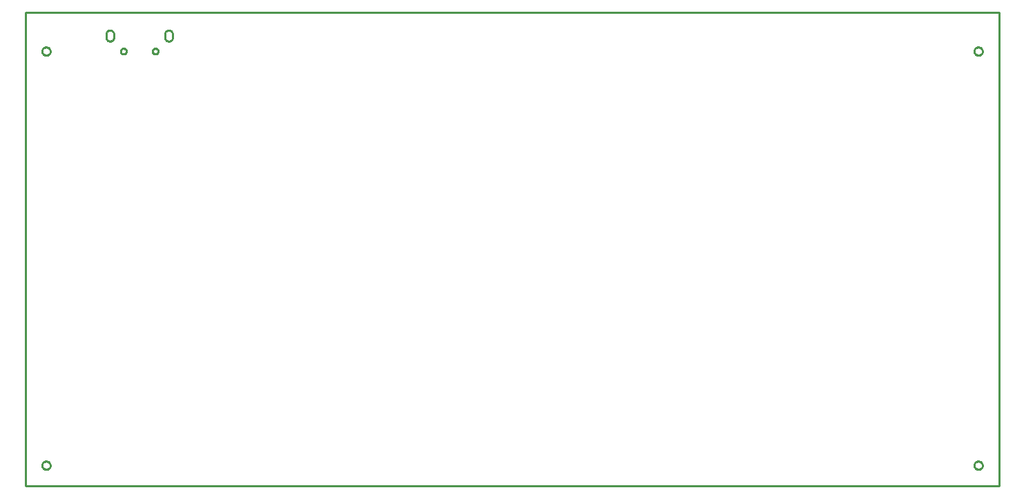
<source format=gbr>
G04 EAGLE Gerber RS-274X export*
G75*
%MOMM*%
%FSLAX34Y34*%
%LPD*%
%IN*%
%IPPOS*%
%AMOC8*
5,1,8,0,0,1.08239X$1,22.5*%
G01*
%ADD10C,0.254000*%


D10*
X0Y419100D02*
X1193600Y419100D01*
X1193600Y1000000D01*
X0Y1000000D01*
X0Y419100D01*
X99200Y968500D02*
X99259Y968153D01*
X99348Y967813D01*
X99466Y967482D01*
X99612Y967162D01*
X99786Y966856D01*
X99986Y966567D01*
X100210Y966296D01*
X100457Y966046D01*
X100725Y965818D01*
X101012Y965614D01*
X101315Y965437D01*
X101633Y965286D01*
X101963Y965163D01*
X102302Y965070D01*
X102648Y965007D01*
X102998Y964974D01*
X103349Y964972D01*
X103700Y965000D01*
X104051Y964972D01*
X104402Y964974D01*
X104752Y965007D01*
X105098Y965070D01*
X105437Y965163D01*
X105767Y965286D01*
X106085Y965437D01*
X106388Y965614D01*
X106675Y965818D01*
X106943Y966046D01*
X107190Y966296D01*
X107414Y966567D01*
X107614Y966856D01*
X107788Y967162D01*
X107934Y967482D01*
X108052Y967813D01*
X108141Y968153D01*
X108200Y968500D01*
X108200Y974500D01*
X108141Y974847D01*
X108052Y975187D01*
X107934Y975518D01*
X107788Y975838D01*
X107614Y976144D01*
X107414Y976433D01*
X107190Y976704D01*
X106943Y976954D01*
X106675Y977182D01*
X106388Y977386D01*
X106085Y977563D01*
X105767Y977714D01*
X105437Y977837D01*
X105098Y977930D01*
X104752Y977993D01*
X104402Y978026D01*
X104051Y978028D01*
X103700Y978000D01*
X103349Y978028D01*
X102998Y978026D01*
X102648Y977993D01*
X102302Y977930D01*
X101963Y977837D01*
X101633Y977714D01*
X101315Y977563D01*
X101012Y977386D01*
X100725Y977182D01*
X100457Y976954D01*
X100210Y976704D01*
X99986Y976433D01*
X99786Y976144D01*
X99612Y975838D01*
X99466Y975518D01*
X99348Y975187D01*
X99259Y974847D01*
X99200Y974500D01*
X99200Y968500D01*
X171200Y968500D02*
X171213Y968195D01*
X171253Y967892D01*
X171319Y967594D01*
X171411Y967303D01*
X171528Y967021D01*
X171669Y966750D01*
X171833Y966492D01*
X172019Y966250D01*
X172225Y966025D01*
X172450Y965819D01*
X172692Y965633D01*
X172950Y965469D01*
X173221Y965328D01*
X173503Y965211D01*
X173794Y965119D01*
X174092Y965053D01*
X174395Y965013D01*
X174700Y965000D01*
X176700Y965000D01*
X177005Y965013D01*
X177308Y965053D01*
X177606Y965119D01*
X177897Y965211D01*
X178179Y965328D01*
X178450Y965469D01*
X178708Y965633D01*
X178950Y965819D01*
X179175Y966025D01*
X179381Y966250D01*
X179567Y966492D01*
X179731Y966750D01*
X179872Y967021D01*
X179989Y967303D01*
X180081Y967594D01*
X180147Y967892D01*
X180187Y968195D01*
X180200Y968500D01*
X180200Y974000D01*
X180208Y974328D01*
X180186Y974655D01*
X180137Y974979D01*
X180059Y975298D01*
X179954Y975608D01*
X179823Y975909D01*
X179665Y976196D01*
X179483Y976469D01*
X179278Y976725D01*
X179052Y976962D01*
X178806Y977178D01*
X178542Y977373D01*
X178261Y977543D01*
X177968Y977688D01*
X177662Y977808D01*
X177347Y977900D01*
X177026Y977964D01*
X176700Y978000D01*
X174700Y978000D01*
X174374Y977964D01*
X174053Y977900D01*
X173738Y977808D01*
X173433Y977688D01*
X173139Y977543D01*
X172859Y977373D01*
X172594Y977178D01*
X172348Y976962D01*
X172122Y976725D01*
X171917Y976469D01*
X171735Y976196D01*
X171577Y975909D01*
X171446Y975608D01*
X171341Y975298D01*
X171263Y974979D01*
X171214Y974655D01*
X171192Y974328D01*
X171200Y974000D01*
X171200Y968500D01*
X30400Y952219D02*
X30337Y951661D01*
X30212Y951114D01*
X30027Y950584D01*
X29783Y950078D01*
X29484Y949602D01*
X29134Y949163D01*
X28737Y948766D01*
X28298Y948416D01*
X27822Y948117D01*
X27316Y947873D01*
X26786Y947688D01*
X26239Y947563D01*
X25681Y947500D01*
X25119Y947500D01*
X24561Y947563D01*
X24014Y947688D01*
X23484Y947873D01*
X22978Y948117D01*
X22502Y948416D01*
X22063Y948766D01*
X21666Y949163D01*
X21316Y949602D01*
X21017Y950078D01*
X20773Y950584D01*
X20588Y951114D01*
X20463Y951661D01*
X20400Y952219D01*
X20400Y952781D01*
X20463Y953339D01*
X20588Y953886D01*
X20773Y954416D01*
X21017Y954922D01*
X21316Y955398D01*
X21666Y955837D01*
X22063Y956234D01*
X22502Y956584D01*
X22978Y956883D01*
X23484Y957127D01*
X24014Y957312D01*
X24561Y957437D01*
X25119Y957500D01*
X25681Y957500D01*
X26239Y957437D01*
X26786Y957312D01*
X27316Y957127D01*
X27822Y956883D01*
X28298Y956584D01*
X28737Y956234D01*
X29134Y955837D01*
X29484Y955398D01*
X29783Y954922D01*
X30027Y954416D01*
X30212Y953886D01*
X30337Y953339D01*
X30400Y952781D01*
X30400Y952219D01*
X30400Y444219D02*
X30337Y443661D01*
X30212Y443114D01*
X30027Y442584D01*
X29783Y442078D01*
X29484Y441602D01*
X29134Y441163D01*
X28737Y440766D01*
X28298Y440416D01*
X27822Y440117D01*
X27316Y439873D01*
X26786Y439688D01*
X26239Y439563D01*
X25681Y439500D01*
X25119Y439500D01*
X24561Y439563D01*
X24014Y439688D01*
X23484Y439873D01*
X22978Y440117D01*
X22502Y440416D01*
X22063Y440766D01*
X21666Y441163D01*
X21316Y441602D01*
X21017Y442078D01*
X20773Y442584D01*
X20588Y443114D01*
X20463Y443661D01*
X20400Y444219D01*
X20400Y444781D01*
X20463Y445339D01*
X20588Y445886D01*
X20773Y446416D01*
X21017Y446922D01*
X21316Y447398D01*
X21666Y447837D01*
X22063Y448234D01*
X22502Y448584D01*
X22978Y448883D01*
X23484Y449127D01*
X24014Y449312D01*
X24561Y449437D01*
X25119Y449500D01*
X25681Y449500D01*
X26239Y449437D01*
X26786Y449312D01*
X27316Y449127D01*
X27822Y448883D01*
X28298Y448584D01*
X28737Y448234D01*
X29134Y447837D01*
X29484Y447398D01*
X29783Y446922D01*
X30027Y446416D01*
X30212Y445886D01*
X30337Y445339D01*
X30400Y444781D01*
X30400Y444219D01*
X1173400Y444219D02*
X1173337Y443661D01*
X1173212Y443114D01*
X1173027Y442584D01*
X1172783Y442078D01*
X1172484Y441602D01*
X1172134Y441163D01*
X1171737Y440766D01*
X1171298Y440416D01*
X1170822Y440117D01*
X1170316Y439873D01*
X1169786Y439688D01*
X1169239Y439563D01*
X1168681Y439500D01*
X1168119Y439500D01*
X1167561Y439563D01*
X1167014Y439688D01*
X1166484Y439873D01*
X1165978Y440117D01*
X1165502Y440416D01*
X1165063Y440766D01*
X1164666Y441163D01*
X1164316Y441602D01*
X1164017Y442078D01*
X1163773Y442584D01*
X1163588Y443114D01*
X1163463Y443661D01*
X1163400Y444219D01*
X1163400Y444781D01*
X1163463Y445339D01*
X1163588Y445886D01*
X1163773Y446416D01*
X1164017Y446922D01*
X1164316Y447398D01*
X1164666Y447837D01*
X1165063Y448234D01*
X1165502Y448584D01*
X1165978Y448883D01*
X1166484Y449127D01*
X1167014Y449312D01*
X1167561Y449437D01*
X1168119Y449500D01*
X1168681Y449500D01*
X1169239Y449437D01*
X1169786Y449312D01*
X1170316Y449127D01*
X1170822Y448883D01*
X1171298Y448584D01*
X1171737Y448234D01*
X1172134Y447837D01*
X1172484Y447398D01*
X1172783Y446922D01*
X1173027Y446416D01*
X1173212Y445886D01*
X1173337Y445339D01*
X1173400Y444781D01*
X1173400Y444219D01*
X1173400Y952219D02*
X1173337Y951661D01*
X1173212Y951114D01*
X1173027Y950584D01*
X1172783Y950078D01*
X1172484Y949602D01*
X1172134Y949163D01*
X1171737Y948766D01*
X1171298Y948416D01*
X1170822Y948117D01*
X1170316Y947873D01*
X1169786Y947688D01*
X1169239Y947563D01*
X1168681Y947500D01*
X1168119Y947500D01*
X1167561Y947563D01*
X1167014Y947688D01*
X1166484Y947873D01*
X1165978Y948117D01*
X1165502Y948416D01*
X1165063Y948766D01*
X1164666Y949163D01*
X1164316Y949602D01*
X1164017Y950078D01*
X1163773Y950584D01*
X1163588Y951114D01*
X1163463Y951661D01*
X1163400Y952219D01*
X1163400Y952781D01*
X1163463Y953339D01*
X1163588Y953886D01*
X1163773Y954416D01*
X1164017Y954922D01*
X1164316Y955398D01*
X1164666Y955837D01*
X1165063Y956234D01*
X1165502Y956584D01*
X1165978Y956883D01*
X1166484Y957127D01*
X1167014Y957312D01*
X1167561Y957437D01*
X1168119Y957500D01*
X1168681Y957500D01*
X1169239Y957437D01*
X1169786Y957312D01*
X1170316Y957127D01*
X1170822Y956883D01*
X1171298Y956584D01*
X1171737Y956234D01*
X1172134Y955837D01*
X1172484Y955398D01*
X1172783Y954922D01*
X1173027Y954416D01*
X1173212Y953886D01*
X1173337Y953339D01*
X1173400Y952781D01*
X1173400Y952219D01*
X155700Y952729D02*
X155760Y953184D01*
X155879Y953627D01*
X156054Y954051D01*
X156284Y954449D01*
X156563Y954813D01*
X156887Y955137D01*
X157251Y955416D01*
X157649Y955646D01*
X158073Y955821D01*
X158516Y955940D01*
X158971Y956000D01*
X159429Y956000D01*
X159884Y955940D01*
X160327Y955821D01*
X160751Y955646D01*
X161149Y955416D01*
X161513Y955137D01*
X161837Y954813D01*
X162116Y954449D01*
X162346Y954051D01*
X162521Y953627D01*
X162640Y953184D01*
X162700Y952729D01*
X162700Y952271D01*
X162640Y951816D01*
X162521Y951373D01*
X162346Y950949D01*
X162116Y950551D01*
X161837Y950187D01*
X161513Y949863D01*
X161149Y949584D01*
X160751Y949354D01*
X160327Y949179D01*
X159884Y949060D01*
X159429Y949000D01*
X158971Y949000D01*
X158516Y949060D01*
X158073Y949179D01*
X157649Y949354D01*
X157251Y949584D01*
X156887Y949863D01*
X156563Y950187D01*
X156284Y950551D01*
X156054Y950949D01*
X155879Y951373D01*
X155760Y951816D01*
X155700Y952271D01*
X155700Y952729D01*
X116700Y952729D02*
X116760Y953184D01*
X116879Y953627D01*
X117054Y954051D01*
X117284Y954449D01*
X117563Y954813D01*
X117887Y955137D01*
X118251Y955416D01*
X118649Y955646D01*
X119073Y955821D01*
X119516Y955940D01*
X119971Y956000D01*
X120429Y956000D01*
X120884Y955940D01*
X121327Y955821D01*
X121751Y955646D01*
X122149Y955416D01*
X122513Y955137D01*
X122837Y954813D01*
X123116Y954449D01*
X123346Y954051D01*
X123521Y953627D01*
X123640Y953184D01*
X123700Y952729D01*
X123700Y952271D01*
X123640Y951816D01*
X123521Y951373D01*
X123346Y950949D01*
X123116Y950551D01*
X122837Y950187D01*
X122513Y949863D01*
X122149Y949584D01*
X121751Y949354D01*
X121327Y949179D01*
X120884Y949060D01*
X120429Y949000D01*
X119971Y949000D01*
X119516Y949060D01*
X119073Y949179D01*
X118649Y949354D01*
X118251Y949584D01*
X117887Y949863D01*
X117563Y950187D01*
X117284Y950551D01*
X117054Y950949D01*
X116879Y951373D01*
X116760Y951816D01*
X116700Y952271D01*
X116700Y952729D01*
M02*

</source>
